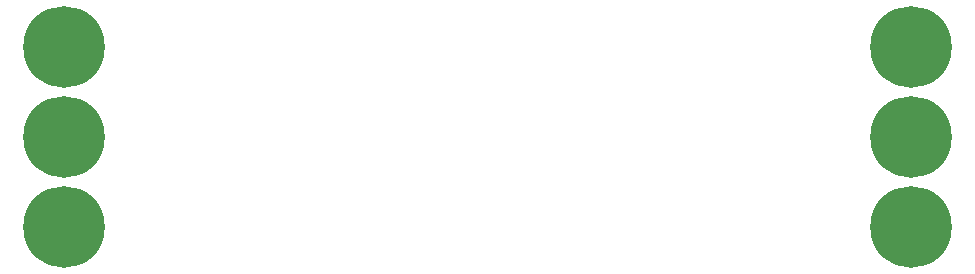
<source format=gbr>
G04 #@! TF.GenerationSoftware,KiCad,Pcbnew,(5.0.0-3-g5ebb6b6)*
G04 #@! TF.CreationDate,2020-03-04T16:44:46-05:00*
G04 #@! TF.ProjectId,Selection Interface,53656C656374696F6E20496E74657266,rev?*
G04 #@! TF.SameCoordinates,Original*
G04 #@! TF.FileFunction,Soldermask,Bot*
G04 #@! TF.FilePolarity,Negative*
%FSLAX46Y46*%
G04 Gerber Fmt 4.6, Leading zero omitted, Abs format (unit mm)*
G04 Created by KiCad (PCBNEW (5.0.0-3-g5ebb6b6)) date Wednesday, March 04, 2020 at 04:44:46 PM*
%MOMM*%
%LPD*%
G01*
G04 APERTURE LIST*
%ADD10C,6.902400*%
G04 APERTURE END LIST*
D10*
G04 #@! TO.C,MH1*
X163830000Y-93345000D03*
G04 #@! TD*
G04 #@! TO.C,MH2*
X163830000Y-100965000D03*
G04 #@! TD*
G04 #@! TO.C,MH3*
X163830000Y-108585000D03*
G04 #@! TD*
G04 #@! TO.C,MH5*
X235585000Y-100965000D03*
G04 #@! TD*
G04 #@! TO.C,MH6*
X235585000Y-108585000D03*
G04 #@! TD*
G04 #@! TO.C,MH4*
X235585000Y-93345000D03*
G04 #@! TD*
M02*

</source>
